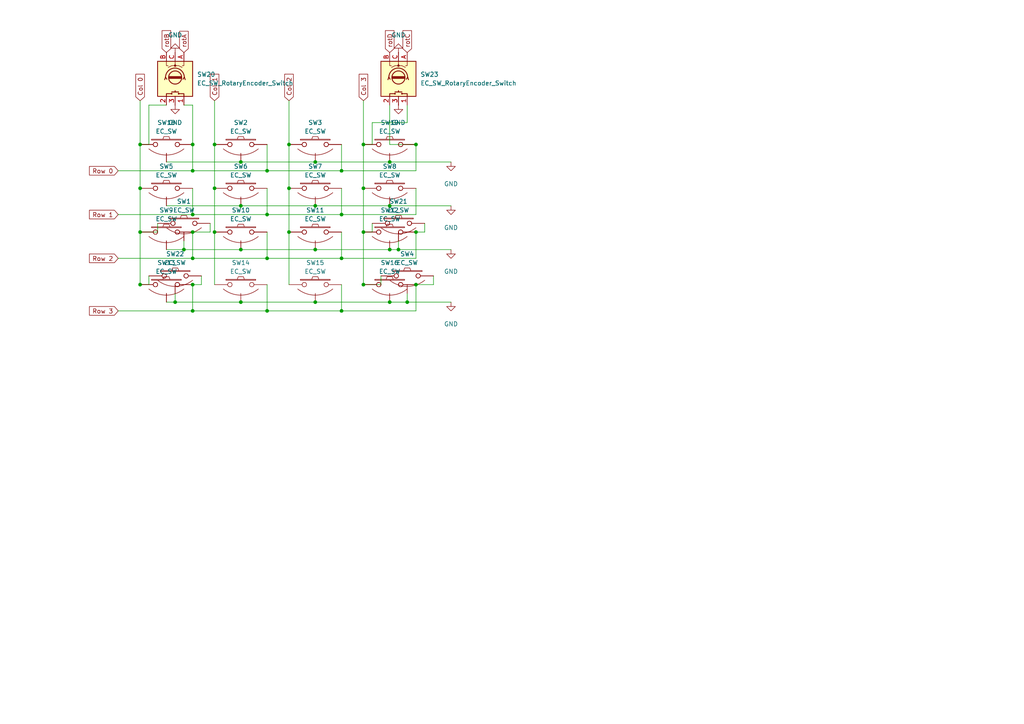
<source format=kicad_sch>
(kicad_sch (version 20231120) (generator "eeschema") (generator_version "8.0")
  (paper "A4")
  (lib_symbols
    (symbol "GND_1" (power) (pin_names (offset 0))
      (property "Value" "GND_1" (at 0 -3.81 0))
      (symbol "GND_1_0_1"
        (polyline (pts (xy 0 0) (xy 0 -1.27) (xy 1.27 -1.27) (xy 0 -2.54) (xy -1.27 -1.27) (xy 0 -1.27)))
      )
      (symbol "GND_1_1_1"
        (pin power_in line (at 0 0 270) (length 0) hide (name "GND") (number "1"))
      )
    )
    (symbol "cipulot_parts:EC_SW" (pin_numbers hide) (pin_names (offset 1.016) hide)
      (property "Reference" "SW" (at 3.81 2.794 0))
      (property "Value" "EC_SW" (at -3.81 3.81 0))
      (symbol "EC_SW_0_1"
        (arc (start -5.08 -1.27) (mid 0 -3.052) (end 5.08 -1.27))
        (rectangle (start -4.318 1.27) (end 4.318 1.524))
        (polyline (pts (xy -1.016 1.524) (xy -0.762 2.286) (xy 0.762 2.286) (xy 1.016 1.524)))
        (pin passive inverted (at -7.62 0 0) (length 5.08) (name "1") (number "1"))
        (pin passive inverted (at 7.62 0 180) (length 5.08) (name "2") (number "2"))
      )
      (symbol "EC_SW_1_1"
        (pin input line (at 0 -5.08 90) (length 2.54) (name "SG") (number "3"))
      )
    )
    (symbol "cipulot_parts:EC_SW_RotaryEncoder_Switch" (pin_names (offset 0.254) hide)
      (property "Reference" "SW" (at 0 6.604 0))
      (property "Value" "EC_SW_RotaryEncoder_Switch" (at 0 -6.604 0))
      (symbol "EC_SW_RotaryEncoder_Switch_0_1"
        (rectangle (start -5.08 5.08) (end 5.08 -5.08) (stroke (width 0.254)) (fill (type background)))
        (circle (center -3.81 0) (radius 0.254) (fill (type outline)))
        (circle (center -0.381 0) (radius 1.905) (stroke (width 0.254)))
        (arc (start -0.381 2.667) (mid -3.0988 -0.0635) (end -0.381 -2.794) (stroke (width 0.254)))
        (polyline (pts (xy -0.635 -1.778) (xy -0.635 1.778)) (stroke (width 0.254)))
        (polyline (pts (xy -0.381 -1.778) (xy -0.381 1.778)) (stroke (width 0.254)))
        (polyline (pts (xy -0.127 1.778) (xy -0.127 -1.778)) (stroke (width 0.254)))
        (polyline (pts (xy 3.81 0) (xy 3.429 0)) (stroke (width 0.254)))
        (polyline (pts (xy 3.81 1.016) (xy 3.81 -1.016)) (stroke (width 0.254)))
        (polyline (pts (xy -5.08 -2.54) (xy -3.81 -2.54) (xy -3.81 -2.032)))
        (polyline (pts (xy -5.08 2.54) (xy -3.81 2.54) (xy -3.81 2.032)))
        (polyline (pts (xy 0.254 -3.048) (xy -0.508 -2.794) (xy 0.127 -2.413)) (stroke (width 0.254)))
        (polyline (pts (xy 0.254 2.921) (xy -0.508 2.667) (xy 0.127 2.286)) (stroke (width 0.254)))
        (polyline (pts (xy 5.08 -2.54) (xy 4.318 -2.54) (xy 4.318 -1.016)) (stroke (width 0.254)))
        (polyline (pts (xy 5.08 2.54) (xy 4.318 2.54) (xy 4.318 1.016)) (stroke (width 0.254)))
        (polyline (pts (xy -5.08 0) (xy -3.81 0) (xy -3.81 -1.016) (xy -3.302 -2.032)))
        (polyline (pts (xy -4.318 0) (xy -3.81 0) (xy -3.81 1.016) (xy -3.302 2.032)))
        (circle (center 4.318 -1.016) (radius 0.127) (stroke (width 0.254)))
        (circle (center 4.318 1.016) (radius 0.127) (stroke (width 0.254)))
      )
      (symbol "EC_SW_RotaryEncoder_Switch_1_1"
        (pin passive line (at 7.62 2.54 180) (length 2.54) (name "1") (number "1"))
        (pin passive line (at 7.62 -2.54 180) (length 2.54) (name "2") (number "2"))
        (pin passive line (at 7.62 0 180) (length 2.54) (name "3") (number "3"))
        (pin passive line (at -7.62 2.54 0) (length 2.54) (name "A") (number "A"))
        (pin passive line (at -7.62 -2.54 0) (length 2.54) (name "B") (number "B"))
        (pin passive line (at -7.62 0 0) (length 2.54) (name "C") (number "C"))
      )
    )
    (symbol "power:GND" (power) (pin_numbers hide) (pin_names (offset 0) hide)
      (property "Value" "GND" (at 0 -3.81 0))
      (symbol "GND_0_1"
        (polyline (pts (xy 0 0) (xy 0 -1.27) (xy 1.27 -1.27) (xy 0 -2.54) (xy -1.27 -1.27) (xy 0 -1.27)))
      )
      (symbol "GND_1_1"
        (pin power_in line (at 0 0 270) (length 0) (name "~") (number "1"))
      )
    )
  )
  (junction (at 69.85 46.99))
  (junction (at 62.23 54.61))
  (junction (at 105.41 82.55))
  (junction (at 55.88 90.17))
  (junction (at 120.65 41.91))
  (junction (at 83.82 41.91))
  (junction (at 120.65 67.31))
  (junction (at 99.06 90.17))
  (junction (at 105.41 67.31))
  (junction (at 55.88 82.55))
  (junction (at 113.03 46.99))
  (junction (at 99.06 49.53))
  (junction (at 120.65 82.55))
  (junction (at 83.82 54.61))
  (junction (at 62.23 67.31))
  (junction (at 77.47 49.53))
  (junction (at 55.88 74.93))
  (junction (at 83.82 67.31))
  (junction (at 62.23 41.91))
  (junction (at 55.88 41.91))
  (junction (at 50.8 87.63))
  (junction (at 40.64 82.55))
  (junction (at 113.03 72.39))
  (junction (at 118.11 87.63))
  (junction (at 53.34 72.39))
  (junction (at 91.44 72.39))
  (junction (at 99.06 62.23))
  (junction (at 77.47 62.23))
  (junction (at 69.85 72.39))
  (junction (at 55.88 67.31))
  (junction (at 91.44 46.99))
  (junction (at 40.64 41.91))
  (junction (at 91.44 87.63))
  (junction (at 77.47 74.93))
  (junction (at 113.03 59.69))
  (junction (at 40.64 54.61))
  (junction (at 113.03 87.63))
  (junction (at 40.64 67.31))
  (junction (at 105.41 41.91))
  (junction (at 69.85 59.69))
  (junction (at 55.88 49.53))
  (junction (at 69.85 87.63))
  (junction (at 77.47 90.17))
  (junction (at 99.06 74.93))
  (junction (at 105.41 54.61))
  (junction (at 115.57 72.39))
  (junction (at 91.44 59.69))
  (junction (at 55.88 62.23))
  (wire (pts (xy 77.47 67.31) (xy 77.47 74.93)))
  (wire (pts (xy 107.95 35.56) (xy 107.95 41.91)))
  (wire (pts (xy 105.41 67.31) (xy 107.95 67.31)))
  (wire (pts (xy 99.06 90.17) (xy 120.65 90.17)))
  (wire (pts (xy 43.18 30.48) (xy 43.18 41.91)))
  (wire (pts (xy 83.82 67.31) (xy 83.82 82.55)))
  (wire (pts (xy 55.88 49.53) (xy 77.47 49.53)))
  (wire (pts (xy 55.88 90.17) (xy 77.47 90.17)))
  (wire (pts (xy 55.88 41.91) (xy 55.88 49.53)))
  (wire (pts (xy 77.47 82.55) (xy 77.47 90.17)))
  (wire (pts (xy 83.82 29.21) (xy 83.82 41.91)))
  (wire (pts (xy 120.65 41.91) (xy 120.65 49.53)))
  (wire (pts (xy 91.44 87.63) (xy 113.03 87.63)))
  (wire (pts (xy 77.47 62.23) (xy 99.06 62.23)))
  (wire (pts (xy 62.23 54.61) (xy 62.23 67.31)))
  (wire (pts (xy 55.88 62.23) (xy 77.47 62.23)))
  (wire (pts (xy 105.41 41.91) (xy 105.41 54.61)))
  (wire (pts (xy 110.49 80.01) (xy 110.49 82.55)))
  (wire (pts (xy 113.03 30.48) (xy 113.03 41.91)))
  (wire (pts (xy 99.06 49.53) (xy 120.65 49.53)))
  (wire (pts (xy 45.72 64.77) (xy 45.72 67.31)))
  (wire (pts (xy 83.82 41.91) (xy 83.82 54.61)))
  (wire (pts (xy 50.8 85.09) (xy 50.8 87.63)))
  (wire (pts (xy 43.18 80.01) (xy 43.18 82.55)))
  (wire (pts (xy 55.88 54.61) (xy 55.88 62.23)))
  (wire (pts (xy 91.44 72.39) (xy 113.03 72.39)))
  (wire (pts (xy 77.47 41.91) (xy 77.47 49.53)))
  (wire (pts (xy 69.85 87.63) (xy 91.44 87.63)))
  (wire (pts (xy 55.88 67.31) (xy 60.96 67.31)))
  (wire (pts (xy 99.06 41.91) (xy 99.06 49.53)))
  (wire (pts (xy 48.26 46.99) (xy 69.85 46.99)))
  (wire (pts (xy 113.03 41.91) (xy 120.65 41.91)))
  (wire (pts (xy 69.85 46.99) (xy 91.44 46.99)))
  (wire (pts (xy 53.34 69.85) (xy 53.34 72.39)))
  (wire (pts (xy 123.19 64.77) (xy 123.19 67.31)))
  (wire (pts (xy 77.47 49.53) (xy 99.06 49.53)))
  (wire (pts (xy 50.8 87.63) (xy 69.85 87.63)))
  (wire (pts (xy 62.23 41.91) (xy 62.23 54.61)))
  (wire (pts (xy 55.88 74.93) (xy 77.47 74.93)))
  (wire (pts (xy 83.82 54.61) (xy 83.82 67.31)))
  (wire (pts (xy 34.29 74.93) (xy 55.88 74.93)))
  (wire (pts (xy 99.06 67.31) (xy 99.06 74.93)))
  (wire (pts (xy 113.03 46.99) (xy 130.81 46.99)))
  (wire (pts (xy 105.41 29.21) (xy 105.41 41.91)))
  (wire (pts (xy 105.41 54.61) (xy 105.41 67.31)))
  (wire (pts (xy 40.64 54.61) (xy 40.64 67.31)))
  (wire (pts (xy 113.03 59.69) (xy 130.81 59.69)))
  (wire (pts (xy 40.64 67.31) (xy 45.72 67.31)))
  (wire (pts (xy 53.34 30.48) (xy 55.88 30.48)))
  (wire (pts (xy 40.64 41.91) (xy 40.64 54.61)))
  (wire (pts (xy 43.18 30.48) (xy 48.26 30.48)))
  (wire (pts (xy 77.47 90.17) (xy 99.06 90.17)))
  (wire (pts (xy 118.11 30.48) (xy 118.11 35.56)))
  (wire (pts (xy 60.96 64.77) (xy 60.96 67.31)))
  (wire (pts (xy 48.26 59.69) (xy 69.85 59.69)))
  (wire (pts (xy 34.29 62.23) (xy 55.88 62.23)))
  (wire (pts (xy 105.41 67.31) (xy 105.41 82.55)))
  (wire (pts (xy 62.23 29.21) (xy 62.23 41.91)))
  (wire (pts (xy 62.23 67.31) (xy 62.23 82.55)))
  (wire (pts (xy 40.64 82.55) (xy 43.18 82.55)))
  (wire (pts (xy 120.65 82.55) (xy 125.73 82.55)))
  (wire (pts (xy 115.57 72.39) (xy 130.81 72.39)))
  (wire (pts (xy 48.26 72.39) (xy 53.34 72.39)))
  (wire (pts (xy 69.85 72.39) (xy 91.44 72.39)))
  (wire (pts (xy 120.65 67.31) (xy 120.65 74.93)))
  (wire (pts (xy 40.64 29.21) (xy 40.64 41.91)))
  (wire (pts (xy 120.65 54.61) (xy 120.65 62.23)))
  (wire (pts (xy 91.44 59.69) (xy 113.03 59.69)))
  (wire (pts (xy 115.57 69.85) (xy 115.57 72.39)))
  (wire (pts (xy 53.34 72.39) (xy 69.85 72.39)))
  (wire (pts (xy 40.64 67.31) (xy 40.64 82.55)))
  (wire (pts (xy 105.41 82.55) (xy 110.49 82.55)))
  (wire (pts (xy 48.26 87.63) (xy 50.8 87.63)))
  (wire (pts (xy 69.85 59.69) (xy 91.44 59.69)))
  (wire (pts (xy 120.65 67.31) (xy 123.19 67.31)))
  (wire (pts (xy 113.03 87.63) (xy 118.11 87.63)))
  (wire (pts (xy 118.11 85.09) (xy 118.11 87.63)))
  (wire (pts (xy 58.42 80.01) (xy 58.42 82.55)))
  (wire (pts (xy 34.29 49.53) (xy 55.88 49.53)))
  (wire (pts (xy 77.47 74.93) (xy 99.06 74.93)))
  (wire (pts (xy 107.95 35.56) (xy 118.11 35.56)))
  (wire (pts (xy 34.29 90.17) (xy 55.88 90.17)))
  (wire (pts (xy 105.41 41.91) (xy 107.95 41.91)))
  (wire (pts (xy 77.47 54.61) (xy 77.47 62.23)))
  (wire (pts (xy 55.88 82.55) (xy 58.42 82.55)))
  (wire (pts (xy 55.88 67.31) (xy 55.88 74.93)))
  (wire (pts (xy 91.44 46.99) (xy 113.03 46.99)))
  (wire (pts (xy 125.73 80.01) (xy 125.73 82.55)))
  (wire (pts (xy 55.88 82.55) (xy 55.88 90.17)))
  (wire (pts (xy 55.88 30.48) (xy 55.88 41.91)))
  (wire (pts (xy 99.06 82.55) (xy 99.06 90.17)))
  (wire (pts (xy 99.06 74.93) (xy 120.65 74.93)))
  (wire (pts (xy 120.65 82.55) (xy 120.65 90.17)))
  (wire (pts (xy 99.06 62.23) (xy 120.65 62.23)))
  (wire (pts (xy 99.06 54.61) (xy 99.06 62.23)))
  (wire (pts (xy 107.95 64.77) (xy 107.95 67.31)))
  (wire (pts (xy 118.11 87.63) (xy 130.81 87.63)))
  (wire (pts (xy 113.03 72.39) (xy 115.57 72.39)))
  (wire (pts (xy 40.64 41.91) (xy 43.18 41.91)))
  (global_label "Col 3" (shape input) (at 105.41 29.21 90) (property "Intersheetrefs" "${INTERSHEET_REFS}" (effects (hide yes))))
  (global_label "Col 1" (shape input) (at 62.23 29.21 90) (property "Intersheetrefs" "${INTERSHEET_REFS}" (effects (hide yes))))
  (global_label "Row 0" (shape input) (at 34.29 49.53 180) (property "Intersheetrefs" "${INTERSHEET_REFS}" (effects (hide yes))))
  (global_label "Row 3" (shape input) (at 34.29 90.17 180) (property "Intersheetrefs" "${INTERSHEET_REFS}" (effects (hide yes))))
  (global_label "rotA" (shape input) (at 53.34 15.24 90) (property "Intersheetrefs" "${INTERSHEET_REFS}" (effects (hide yes))))
  (global_label "Col 0" (shape input) (at 40.64 29.21 90) (property "Intersheetrefs" "${INTERSHEET_REFS}" (effects (hide yes))))
  (global_label "rotC" (shape input) (at 118.11 15.24 90) (property "Intersheetrefs" "${INTERSHEET_REFS}" (effects (hide yes))))
  (global_label "rotD" (shape input) (at 113.03 15.24 90) (property "Intersheetrefs" "${INTERSHEET_REFS}" (effects (hide yes))))
  (global_label "Row 1" (shape input) (at 34.29 62.23 180) (property "Intersheetrefs" "${INTERSHEET_REFS}" (effects (hide yes))))
  (global_label "Row 2" (shape input) (at 34.29 74.93 180) (property "Intersheetrefs" "${INTERSHEET_REFS}" (effects (hide yes))))
  (global_label "rotB" (shape input) (at 48.26 15.24 90) (property "Intersheetrefs" "${INTERSHEET_REFS}" (effects (hide yes))))
  (global_label "Col 2" (shape input) (at 83.82 29.21 90) (property "Intersheetrefs" "${INTERSHEET_REFS}" (effects (hide yes))))
  (symbol (lib_id "cipulot_parts:EC_SW") (at 115.57 64.77 0) (unit 1)
    (property "Reference" "SW21" (at 115.57 58.42 0))
    (property "Value" "EC_SW" (at 115.57 60.96 0))
    (property "Footprint" "cipulot_parts:ecs_pad_1U_no_ring" (effects (hide yes)))
  )
  (symbol (lib_id "cipulot_parts:EC_SW_RotaryEncoder_Switch") (at 115.57 22.86 270) (unit 1)
    (property "Reference" "SW23" (at 121.92 21.5899 90) (effects (justify left)))
    (property "Value" "EC_SW_RotaryEncoder_Switch" (at 121.92 24.1299 90) (effects (justify left)))
    (property "Footprint" "cipulot_parts:ecs_pad_1U_no_ring_rotary_encoder_ec12" (effects (hide yes)))
  )
  (symbol (lib_id "cipulot_parts:EC_SW") (at 113.03 82.55 0) (unit 1)
    (property "Reference" "SW16" (at 113.03 76.2 0))
    (property "Value" "EC_SW" (at 113.03 78.74 0))
    (property "Footprint" "cipulot_parts:ecs_pad_1U_no_ring" (effects (hide yes)))
  )
  (symbol (lib_id "cipulot_parts:EC_SW") (at 48.26 54.61 0) (unit 1)
    (property "Reference" "SW5" (at 48.26 48.26 0))
    (property "Value" "EC_SW" (at 48.26 50.8 0))
    (property "Footprint" "cipulot_parts:ecs_pad_1U_no_ring" (effects (hide yes)))
  )
  (symbol (lib_name "GND_1") (lib_id "power:GND") (at 130.81 87.63 0) (unit 1)
    (property "Reference" "#PWR04" (effects (hide yes)))
    (property "Value" "GND" (at 130.81 93.98 0))
  )
  (symbol (lib_id "cipulot_parts:EC_SW") (at 69.85 54.61 0) (unit 1)
    (property "Reference" "SW6" (at 69.85 48.26 0))
    (property "Value" "EC_SW" (at 69.85 50.8 0))
    (property "Footprint" "cipulot_parts:ecs_pad_1U_no_ring" (effects (hide yes)))
  )
  (symbol (lib_id "power:GND") (at 50.8 15.24 180) (unit 1)
    (property "Reference" "#PWR09" (effects (hide yes)))
    (property "Value" "GND" (at 50.8 10.16 0))
    (property "Description" "Power symbol creates a global label with name \"GND\" , ground" (effects (hide yes)))
  )
  (symbol (lib_id "cipulot_parts:EC_SW") (at 48.26 82.55 0) (unit 1)
    (property "Reference" "SW13" (at 48.26 76.2 0))
    (property "Value" "EC_SW" (at 48.26 78.74 0))
    (property "Footprint" "cipulot_parts:ecs_pad_1U_no_ring" (effects (hide yes)))
  )
  (symbol (lib_id "power:GND") (at 115.57 15.24 180) (unit 1)
    (property "Reference" "#PWR06" (effects (hide yes)))
    (property "Value" "GND" (at 115.57 10.16 0))
    (property "Description" "Power symbol creates a global label with name \"GND\" , ground" (effects (hide yes)))
  )
  (symbol (lib_id "power:GND") (at 50.8 30.48 0) (unit 1)
    (property "Reference" "#PWR039" (effects (hide yes)))
    (property "Value" "GND" (at 50.8 35.56 0))
    (property "Description" "Power symbol creates a global label with name \"GND\" , ground" (effects (hide yes)))
  )
  (symbol (lib_id "cipulot_parts:EC_SW") (at 113.03 67.31 0) (unit 1)
    (property "Reference" "SW12" (at 113.03 60.96 0))
    (property "Value" "EC_SW" (at 113.03 63.5 0))
    (property "Footprint" "cipulot_parts:ecs_pad_1U_no_ring" (effects (hide yes)))
  )
  (symbol (lib_id "cipulot_parts:EC_SW") (at 69.85 82.55 0) (unit 1)
    (property "Reference" "SW14" (at 69.85 76.2 0))
    (property "Value" "EC_SW" (at 69.85 78.74 0))
    (property "Footprint" "cipulot_parts:ecs_pad_1U_no_ring" (effects (hide yes)))
  )
  (symbol (lib_id "cipulot_parts:EC_SW") (at 48.26 67.31 0) (unit 1)
    (property "Reference" "SW9" (at 48.26 60.96 0))
    (property "Value" "EC_SW" (at 48.26 63.5 0))
    (property "Footprint" "cipulot_parts:ecs_pad_1U_no_ring" (effects (hide yes)))
  )
  (symbol (lib_id "cipulot_parts:EC_SW") (at 113.03 41.91 0) (unit 1)
    (property "Reference" "SW19" (at 113.03 35.56 0))
    (property "Value" "EC_SW" (at 113.03 38.1 0))
    (property "Footprint" "cipulot_parts:ecs_pad_1U_no_ring" (effects (hide yes)))
  )
  (symbol (lib_id "cipulot_parts:EC_SW") (at 53.34 64.77 0) (unit 1)
    (property "Reference" "SW1" (at 53.34 58.42 0))
    (property "Value" "EC_SW" (at 53.34 60.96 0))
    (property "Footprint" "cipulot_parts:ecs_pad_1U_no_ring" (effects (hide yes)))
  )
  (symbol (lib_id "cipulot_parts:EC_SW") (at 69.85 67.31 0) (unit 1)
    (property "Reference" "SW10" (at 69.85 60.96 0))
    (property "Value" "EC_SW" (at 69.85 63.5 0))
    (property "Footprint" "cipulot_parts:ecs_pad_1U_no_ring" (effects (hide yes)))
  )
  (symbol (lib_name "GND_1") (lib_id "power:GND") (at 130.81 46.99 0) (unit 1)
    (property "Reference" "#PWR01" (effects (hide yes)))
    (property "Value" "GND" (at 130.81 53.34 0))
  )
  (symbol (lib_id "cipulot_parts:EC_SW") (at 69.85 41.91 0) (unit 1)
    (property "Reference" "SW2" (at 69.85 35.56 0))
    (property "Value" "EC_SW" (at 69.85 38.1 0))
    (property "Footprint" "cipulot_parts:ecs_pad_1U_no_ring" (effects (hide yes)))
  )
  (symbol (lib_id "cipulot_parts:EC_SW") (at 91.44 82.55 0) (unit 1)
    (property "Reference" "SW15" (at 91.44 76.2 0))
    (property "Value" "EC_SW" (at 91.44 78.74 0))
    (property "Footprint" "cipulot_parts:ecs_pad_1U_no_ring" (effects (hide yes)))
  )
  (symbol (lib_id "cipulot_parts:EC_SW") (at 118.11 80.01 0) (unit 1)
    (property "Reference" "SW4" (at 118.11 73.66 0))
    (property "Value" "EC_SW" (at 118.11 76.2 0))
    (property "Footprint" "cipulot_parts:ecs_pad_1U_no_ring" (effects (hide yes)))
  )
  (symbol (lib_name "GND_1") (lib_id "power:GND") (at 130.81 72.39 0) (unit 1)
    (property "Reference" "#PWR03" (effects (hide yes)))
    (property "Value" "GND" (at 130.81 78.74 0))
  )
  (symbol (lib_id "cipulot_parts:EC_SW") (at 91.44 41.91 0) (unit 1)
    (property "Reference" "SW3" (at 91.44 35.56 0))
    (property "Value" "EC_SW" (at 91.44 38.1 0))
    (property "Footprint" "cipulot_parts:ecs_pad_1U_no_ring" (effects (hide yes)))
  )
  (symbol (lib_id "power:GND") (at 115.57 30.48 0) (unit 1)
    (property "Reference" "#PWR040" (effects (hide yes)))
    (property "Value" "GND" (at 115.57 35.56 0))
    (property "Description" "Power symbol creates a global label with name \"GND\" , ground" (effects (hide yes)))
  )
  (symbol (lib_id "cipulot_parts:EC_SW") (at 50.8 80.01 0) (unit 1)
    (property "Reference" "SW22" (at 50.8 73.66 0))
    (property "Value" "EC_SW" (at 50.8 76.2 0))
    (property "Footprint" "cipulot_parts:ecs_pad_1U_no_ring" (effects (hide yes)))
  )
  (symbol (lib_name "GND_1") (lib_id "power:GND") (at 130.81 59.69 0) (unit 1)
    (property "Reference" "#PWR02" (effects (hide yes)))
    (property "Value" "GND" (at 130.81 66.04 0))
  )
  (symbol (lib_id "cipulot_parts:EC_SW") (at 91.44 54.61 0) (unit 1)
    (property "Reference" "SW7" (at 91.44 48.26 0))
    (property "Value" "EC_SW" (at 91.44 50.8 0))
    (property "Footprint" "cipulot_parts:ecs_pad_1U_no_ring" (effects (hide yes)))
  )
  (symbol (lib_id "cipulot_parts:EC_SW_RotaryEncoder_Switch") (at 50.8 22.86 270) (unit 1)
    (property "Reference" "SW20" (at 57.15 21.5899 90) (effects (justify left)))
    (property "Value" "EC_SW_RotaryEncoder_Switch" (at 57.15 24.1299 90) (effects (justify left)))
    (property "Footprint" "cipulot_parts:ecs_pad_1U_no_ring_rotary_encoder_ec12" (effects (hide yes)))
  )
  (symbol (lib_id "cipulot_parts:EC_SW") (at 113.03 54.61 0) (unit 1)
    (property "Reference" "SW8" (at 113.03 48.26 0))
    (property "Value" "EC_SW" (at 113.03 50.8 0))
    (property "Footprint" "cipulot_parts:ecs_pad_1U_no_ring" (effects (hide yes)))
  )
  (symbol (lib_id "cipulot_parts:EC_SW") (at 91.44 67.31 0) (unit 1)
    (property "Reference" "SW11" (at 91.44 60.96 0))
    (property "Value" "EC_SW" (at 91.44 63.5 0))
    (property "Footprint" "cipulot_parts:ecs_pad_1U_no_ring" (effects (hide yes)))
  )
  (symbol (lib_id "cipulot_parts:EC_SW") (at 48.26 41.91 0) (unit 1)
    (property "Reference" "SW18" (at 48.26 35.56 0))
    (property "Value" "EC_SW" (at 48.26 38.1 0))
    (property "Footprint" "cipulot_parts:ecs_pad_1U_no_ring" (effects (hide yes)))
  )
)
</source>
